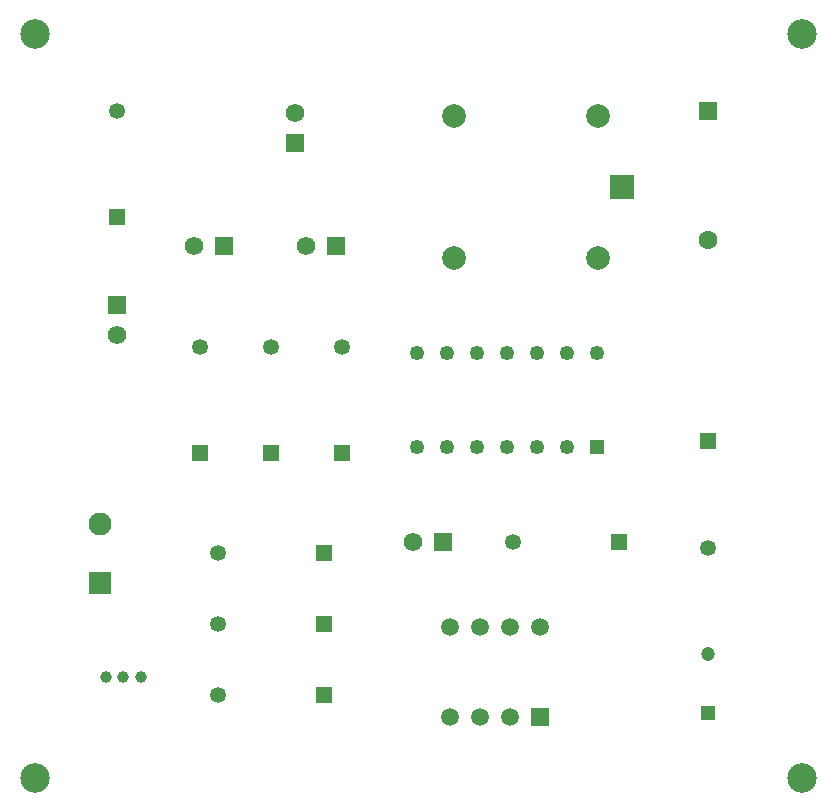
<source format=gtl>
G04*
G04 #@! TF.GenerationSoftware,Altium Limited,Altium Designer,22.7.1 (60)*
G04*
G04 Layer_Physical_Order=1*
G04 Layer_Color=255*
%FSLAX44Y44*%
%MOMM*%
G71*
G04*
G04 #@! TF.SameCoordinates,C52D0C66-BE6F-4025-8B9A-53269D1F723A*
G04*
G04*
G04 #@! TF.FilePolarity,Positive*
G04*
G01*
G75*
%ADD15R,1.2500X1.2500*%
%ADD16C,1.2500*%
%ADD21C,2.0000*%
%ADD22R,2.0000X2.0000*%
%ADD24C,1.5700*%
%ADD25R,1.5700X1.5700*%
%ADD26R,1.5700X1.5700*%
%ADD27C,1.6000*%
%ADD28R,1.6000X1.6000*%
%ADD31C,1.2000*%
%ADD32R,1.2000X1.2000*%
%ADD34C,1.0000*%
%ADD35C,1.3500*%
%ADD36R,1.3500X1.3500*%
%ADD37C,1.9500*%
%ADD38R,1.9500X1.9500*%
%ADD39R,1.3500X1.3500*%
%ADD40R,1.5000X1.5000*%
%ADD41C,1.5000*%
%ADD42C,2.5000*%
D15*
X526200Y330300D02*
D03*
D16*
X500800D02*
D03*
X475400D02*
D03*
X450000D02*
D03*
X424600D02*
D03*
X399200D02*
D03*
X373800D02*
D03*
Y409700D02*
D03*
X399200D02*
D03*
X424600D02*
D03*
X450000D02*
D03*
X475400D02*
D03*
X500800D02*
D03*
X526200D02*
D03*
D21*
X405000Y490000D02*
D03*
Y610000D02*
D03*
X527000D02*
D03*
Y490000D02*
D03*
D22*
X547000Y550000D02*
D03*
D24*
X120000Y424600D02*
D03*
X370000Y250000D02*
D03*
X270000Y612700D02*
D03*
X280000Y500000D02*
D03*
X184600D02*
D03*
D25*
X120000Y450000D02*
D03*
X270000Y587300D02*
D03*
D26*
X395400Y250000D02*
D03*
X305400Y500000D02*
D03*
X210000D02*
D03*
D27*
X620000Y505620D02*
D03*
D28*
Y614380D02*
D03*
D31*
Y155000D02*
D03*
D32*
Y105000D02*
D03*
D34*
X139700Y135000D02*
D03*
X110300D02*
D03*
X125000D02*
D03*
D35*
X455000Y250000D02*
D03*
X120000Y615000D02*
D03*
X205000Y120000D02*
D03*
X310000Y415000D02*
D03*
X205000Y240000D02*
D03*
Y180000D02*
D03*
X620000Y245000D02*
D03*
X190000Y415000D02*
D03*
X250000D02*
D03*
D36*
X545000Y250000D02*
D03*
X295000Y120000D02*
D03*
Y240000D02*
D03*
Y180000D02*
D03*
D37*
X105000Y264998D02*
D03*
D38*
Y214998D02*
D03*
D39*
X120000Y525000D02*
D03*
X310000Y325000D02*
D03*
X620000Y335000D02*
D03*
X190000Y325000D02*
D03*
X250000D02*
D03*
D40*
X478100Y101900D02*
D03*
D41*
X452700D02*
D03*
X427300D02*
D03*
X401900D02*
D03*
X478100Y178100D02*
D03*
X452700D02*
D03*
X427300D02*
D03*
X401900D02*
D03*
D42*
X50000Y50000D02*
D03*
X700000D02*
D03*
X50000Y680000D02*
D03*
X700000D02*
D03*
M02*

</source>
